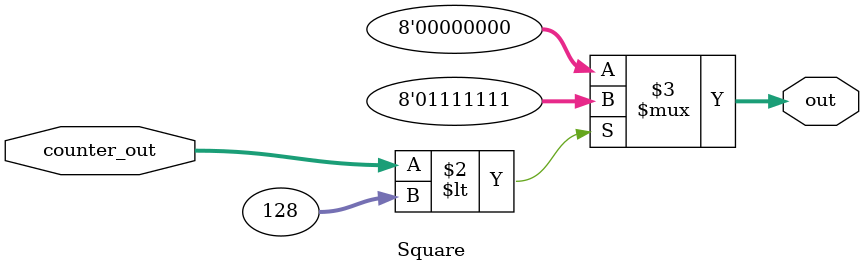
<source format=v>
module Square(counter_out, out);
    input [7:0] counter_out;
    output reg [7:0] out;
    always @(counter_out) begin
        out = counter_out < 128 ? 8'b1111111 : 8'b0;
    end
endmodule
</source>
